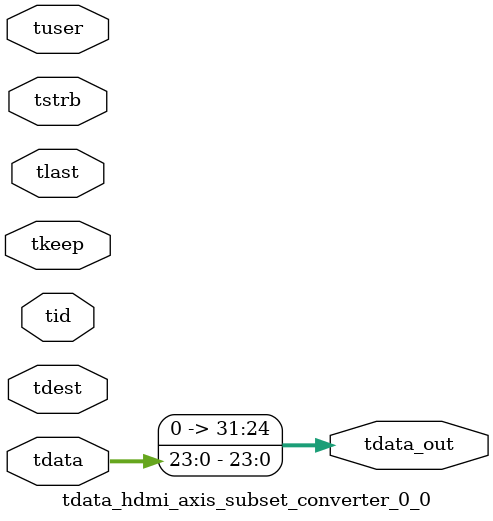
<source format=v>


`timescale 1ps/1ps

module tdata_hdmi_axis_subset_converter_0_0 #
(
parameter C_S_AXIS_TDATA_WIDTH = 32,
parameter C_S_AXIS_TUSER_WIDTH = 0,
parameter C_S_AXIS_TID_WIDTH   = 0,
parameter C_S_AXIS_TDEST_WIDTH = 0,
parameter C_M_AXIS_TDATA_WIDTH = 32
)
(
input  [(C_S_AXIS_TDATA_WIDTH == 0 ? 1 : C_S_AXIS_TDATA_WIDTH)-1:0     ] tdata,
input  [(C_S_AXIS_TUSER_WIDTH == 0 ? 1 : C_S_AXIS_TUSER_WIDTH)-1:0     ] tuser,
input  [(C_S_AXIS_TID_WIDTH   == 0 ? 1 : C_S_AXIS_TID_WIDTH)-1:0       ] tid,
input  [(C_S_AXIS_TDEST_WIDTH == 0 ? 1 : C_S_AXIS_TDEST_WIDTH)-1:0     ] tdest,
input  [(C_S_AXIS_TDATA_WIDTH/8)-1:0 ] tkeep,
input  [(C_S_AXIS_TDATA_WIDTH/8)-1:0 ] tstrb,
input                                                                    tlast,
output [C_M_AXIS_TDATA_WIDTH-1:0] tdata_out
);

assign tdata_out = {tdata[23:16],tdata[15:8],tdata[7:0]};

endmodule


</source>
